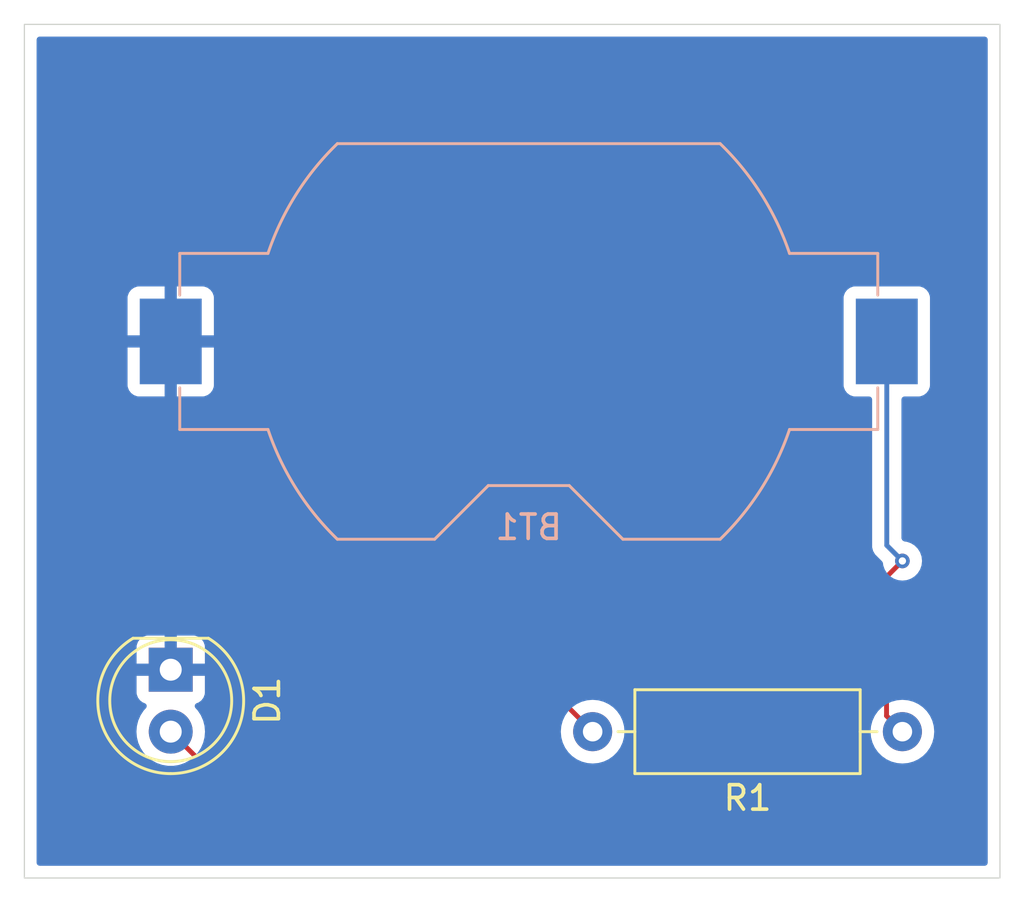
<source format=kicad_pcb>
(kicad_pcb (version 20240108) (generator "pcbnew") (generator_version "8.0")
  (title_block (title "Tutorial Circuit"))
  (layers (0 "F.Cu" signal) (31 "B.Cu" signal) (34 "B.Paste" user) (35 "F.Paste" user) (36 "B.SilkS" user "B.Silkscreen") (37 "F.SilkS" user "F.Silkscreen") (38 "B.Mask" user) (39 "F.Mask" user) (44 "Edge.Cuts" user))
  (net 0 "")
  (net 1 "VCC")
  (net 2 "GND")
  (net 3 "/led")
  (footprint "Resistor_THT:R_Axial_DIN0309_L9.0mm_D3.2mm_P12.70mm_Horizontal" (layer "F.Cu") (at 156 79 180)
    (property "Reference" "R1" (at 6.35 -2.72 360) (layer "F.SilkS"))
    (property "Value" "3K")
    (fp_line (start 11.66 0) (end 10.97 0) (stroke (width 0.12)) (layer "F.SilkS"))
    (fp_line (start 10.97 1.72) (end 10.97 -1.72) (stroke (width 0.12)) (layer "F.SilkS"))
    (fp_line (start 10.97 -1.72) (end 1.73 -1.72) (stroke (width 0.12)) (layer "F.SilkS"))
    (fp_line (start 1.73 1.72) (end 10.97 1.72) (stroke (width 0.12)) (layer "F.SilkS"))
    (fp_line (start 1.73 -1.72) (end 1.73 1.72) (stroke (width 0.12)) (layer "F.SilkS"))
    (fp_line (start 1.04 0) (end 1.73 0) (stroke (width 0.12)) (layer "F.SilkS"))
    (pad "1" thru_hole circle (at 0 0 180) (size 1.6 1.6) (drill 0.8) (layers "*.Cu" "*.Mask") (net 1 "VCC"))
    (pad "2" thru_hole oval (at 12.7 0 180) (size 1.6 1.6) (drill 0.8) (layers "*.Cu" "*.Mask") (net 3 "/led"))
  )
  (footprint "LED_THT:LED_D5.0mm" (layer "F.Cu") (at 126 76.46 -90)
    (property "Reference" "D1" (at 1.27 -3.96 90) (layer "F.SilkS"))
    (property "Value" "red")
    (fp_line (start -1.29 -1.545) (end -1.29 1.545) (stroke (width 0.12)) (layer "F.SilkS"))
    (fp_arc (start 4.26 -0.000462) (mid 2.072002 2.880433) (end -1.29 1.54483) (stroke (width 0.12)) (layer "F.SilkS"))
    (fp_arc (start -1.29 -1.54483) (mid 2.072002 -2.880433) (end 4.26 0.000462) (stroke (width 0.12)) (layer "F.SilkS"))
    (fp_circle (center 1.27 0) (end 3.77 0) (stroke (width 0.12)) (fill none) (layer "F.SilkS"))
    (pad "1" thru_hole rect (at 0 0 270) (size 1.8 1.8) (drill 0.9) (layers "*.Cu" "*.Mask") (net 2 "GND"))
    (pad "2" thru_hole circle (at 2.54 0 270) (size 1.8 1.8) (drill 0.9) (layers "*.Cu" "*.Mask") (net 3 "/led"))
  )
  (footprint "Battery:BatteryHolder_Keystone_1058_1x2032" (layer "B.Cu") (at 140.68 63 180)
    (property "Reference" "BT1" (at 0 -7.62 0) (layer "B.SilkS") (effects (justify mirror)))
    (property "Value" "3V")
    (fp_line (start 14.31 3.61) (end 14.31 1.9) (stroke (width 0.12)) (layer "B.SilkS"))
    (fp_line (start 14.31 3.61) (end 10.692 3.61) (stroke (width 0.12)) (layer "B.SilkS"))
    (fp_line (start 14.31 -3.61) (end 14.31 -1.9) (stroke (width 0.12)) (layer "B.SilkS"))
    (fp_line (start 10.692 -3.61) (end 14.31 -3.61) (stroke (width 0.12)) (layer "B.SilkS"))
    (fp_line (start 7.8473 8.11) (end -7.8473 8.11) (stroke (width 0.12)) (layer "B.SilkS"))
    (fp_line (start 3.86 -8.11) (end 7.8473 -8.11) (stroke (width 0.12)) (layer "B.SilkS"))
    (fp_line (start 3.86 -8.11) (end 1.66 -5.91) (stroke (width 0.12)) (layer "B.SilkS"))
    (fp_line (start -1.66 -5.91) (end 1.66 -5.91) (stroke (width 0.12)) (layer "B.SilkS"))
    (fp_line (start -3.86 -8.11) (end -1.66 -5.91) (stroke (width 0.12)) (layer "B.SilkS"))
    (fp_line (start -7.8473 -8.11) (end -3.86 -8.11) (stroke (width 0.12)) (layer "B.SilkS"))
    (fp_line (start -10.692 3.61) (end -14.31 3.61) (stroke (width 0.12)) (layer "B.SilkS"))
    (fp_line (start -14.31 3.61) (end -14.31 1.9) (stroke (width 0.12)) (layer "B.SilkS"))
    (fp_line (start -14.31 -3.61) (end -10.692 -3.61) (stroke (width 0.12)) (layer "B.SilkS"))
    (fp_line (start -14.31 -3.61) (end -14.31 -1.9) (stroke (width 0.12)) (layer "B.SilkS"))
    (fp_arc (start 10.692 3.61) (mid 9.538084 6.031244) (end 7.845371 8.111789) (stroke (width 0.12)) (layer "B.SilkS"))
    (fp_arc (start 7.845371 -8.111789) (mid 9.538084 -6.031244) (end 10.692 -3.61) (stroke (width 0.12)) (layer "B.SilkS"))
    (fp_arc (start -7.845371 8.111789) (mid -9.538084 6.031244) (end -10.692 3.61) (stroke (width 0.12)) (layer "B.SilkS"))
    (fp_arc (start -10.692 -3.61) (mid -9.538085 -6.031245) (end -7.845371 -8.111789) (stroke (width 0.12)) (layer "B.SilkS"))
    (pad "1" smd rect (at -14.68 0 180) (size 2.54 3.51) (layers "B.Cu" "B.Paste" "B.Mask") (net 1 "VCC"))
    (pad "2" smd rect (at 14.68 0 180) (size 2.54 3.51) (layers "B.Cu" "B.Paste" "B.Mask") (net 2 "GND"))
  )
  (gr_rect (start 120 50) (end 160 85) (stroke (width 0.05)) (fill none) (layer "Edge.Cuts"))
  (segment (start 156 72) (end 155.35 72.65) (width 0.2) (layer "F.Cu") (net 1))
  (segment (start 155.35 72.65) (end 155.35 78.35) (width 0.2) (layer "F.Cu") (net 1))
  (segment (start 155.35 78.35) (end 156 79) (width 0.2) (layer "F.Cu") (net 1))
  (via (at 156 72) (size 0.6) (drill 0.3) (layers "F.Cu" "B.Cu") (net 1))
  (segment (start 155.36 63) (end 155.36 71.36) (width 0.2) (layer "B.Cu") (net 1))
  (segment (start 155.36 71.36) (end 156 72) (width 0.2) (layer "B.Cu") (net 1))
  (segment (start 126 63) (end 126 76.46) (width 0.2) (layer "B.Cu") (net 2))
  (segment (start 137 80) (end 137 79) (width 0.2) (layer "F.Cu") (net 3))
  (segment (start 130 83) (end 132 83) (width 0.2) (layer "F.Cu") (net 3))
  (segment (start 133 79) (end 134 80) (width 0.2) (layer "F.Cu") (net 3))
  (segment (start 137 79) (end 133 75) (width 0.2) (layer "F.Cu") (net 3))
  (segment (start 133 75) (end 138 75) (width 0.2) (layer "F.Cu") (net 3))
  (segment (start 142.3 78) (end 143.3 79) (width 0.2) (layer "F.Cu") (net 3))
  (segment (start 131 80) (end 132 79) (width 0.2) (layer "F.Cu") (net 3))
  (segment (start 131 81) (end 131 80) (width 0.2) (layer "F.Cu") (net 3))
  (segment (start 135 82) (end 137 80) (width 0.2) (layer "F.Cu") (net 3))
  (segment (start 134 82) (end 135 82) (width 0.2) (layer "F.Cu") (net 3))
  (segment (start 132 81) (end 131 81) (width 0.2) (layer "F.Cu") (net 3))
  (segment (start 134 80) (end 134 82) (width 0.2) (layer "F.Cu") (net 3))
  (segment (start 141 78) (end 142.3 78) (width 0.2) (layer "F.Cu") (net 3))
  (segment (start 132 83) (end 132 81) (width 0.2) (layer "F.Cu") (net 3))
  (segment (start 126 79) (end 130 83) (width 0.2) (layer "F.Cu") (net 3))
  (segment (start 132 79) (end 133 79) (width 0.2) (layer "F.Cu") (net 3))
  (segment (start 138 75) (end 141 78) (width 0.2) (layer "F.Cu") (net 3))
  (zone (net 2) (net_name "GND") (layer "B.Cu") (connect_pads (clearance 0.5)) (min_thickness 0.25) (fill yes (thermal_gap 0.5) (thermal_bridge_width 0.5))
    (polygon (pts (xy 161 49) (xy 161 86) (xy 119 86) (xy 119 49)))
  )
)
</source>
